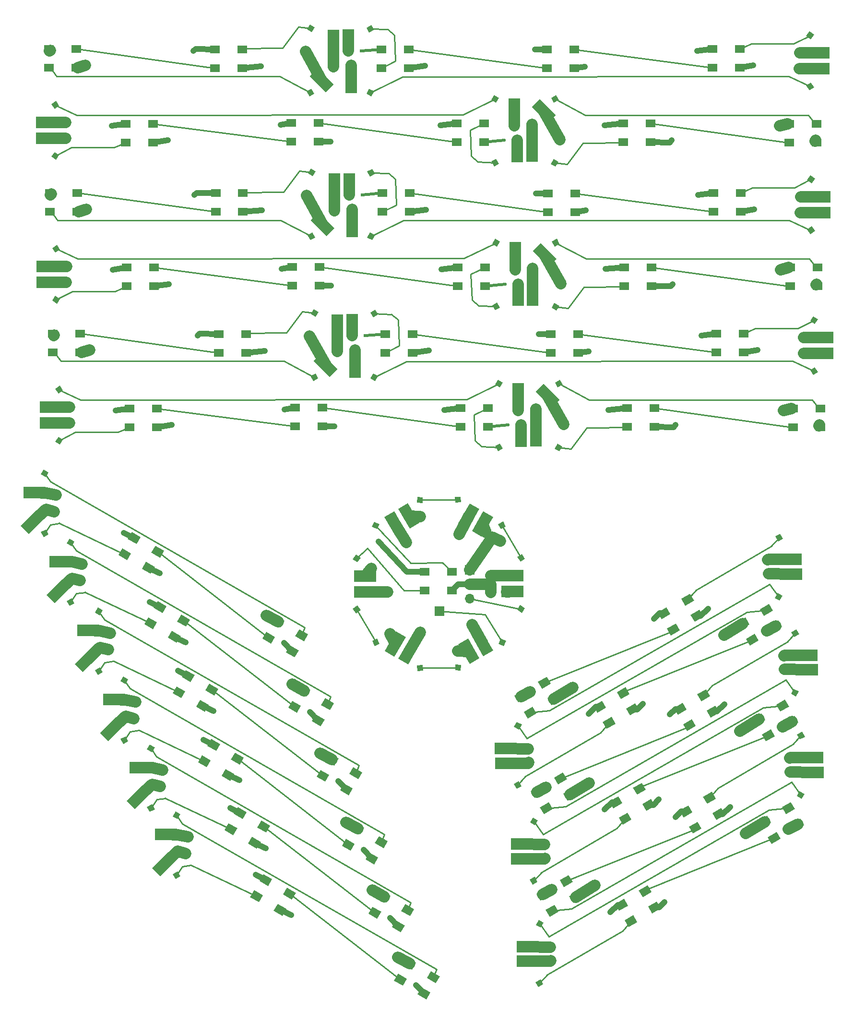
<source format=gbr>
G04 #@! TF.FileFunction,Copper,L1,Top,Signal*
%FSLAX46Y46*%
G04 Gerber Fmt 4.6, Leading zero omitted, Abs format (unit mm)*
G04 Created by KiCad (PCBNEW 4.0.7) date 10/22/17 14:17:41*
%MOMM*%
%LPD*%
G01*
G04 APERTURE LIST*
%ADD10C,0.100000*%
%ADD11R,4.000000X2.000000*%
%ADD12R,2.000000X4.000000*%
%ADD13R,1.800000X1.400000*%
%ADD14R,1.700000X1.700000*%
%ADD15O,1.700000X1.700000*%
%ADD16C,0.600000*%
%ADD17C,0.250000*%
%ADD18C,2.000000*%
%ADD19C,1.000000*%
%ADD20C,0.500000*%
G04 APERTURE END LIST*
D10*
G36*
X125726038Y-159165624D02*
X127284884Y-158265624D01*
X127984884Y-159478060D01*
X126426038Y-160378060D01*
X125726038Y-159165624D01*
X125726038Y-159165624D01*
G37*
G36*
X124076038Y-156307740D02*
X125634884Y-155407740D01*
X126334884Y-156620176D01*
X124776038Y-157520176D01*
X124076038Y-156307740D01*
X124076038Y-156307740D01*
G37*
G36*
X119919116Y-158707740D02*
X121477962Y-157807740D01*
X122177962Y-159020176D01*
X120619116Y-159920176D01*
X119919116Y-158707740D01*
X119919116Y-158707740D01*
G37*
G36*
X121569116Y-161565624D02*
X123127962Y-160665624D01*
X123827962Y-161878060D01*
X122269116Y-162778060D01*
X121569116Y-161565624D01*
X121569116Y-161565624D01*
G37*
G36*
X150999038Y-144497124D02*
X152557884Y-143597124D01*
X153257884Y-144809560D01*
X151699038Y-145709560D01*
X150999038Y-144497124D01*
X150999038Y-144497124D01*
G37*
G36*
X149349038Y-141639240D02*
X150907884Y-140739240D01*
X151607884Y-141951676D01*
X150049038Y-142851676D01*
X149349038Y-141639240D01*
X149349038Y-141639240D01*
G37*
G36*
X145192116Y-144039240D02*
X146750962Y-143139240D01*
X147450962Y-144351676D01*
X145892116Y-145251676D01*
X145192116Y-144039240D01*
X145192116Y-144039240D01*
G37*
G36*
X146842116Y-146897124D02*
X148400962Y-145997124D01*
X149100962Y-147209560D01*
X147542116Y-148109560D01*
X146842116Y-146897124D01*
X146842116Y-146897124D01*
G37*
D11*
X104457500Y-166204900D03*
X104521000Y-168808400D03*
D10*
G36*
X107297559Y-162014245D02*
X106806655Y-162885459D01*
X105935441Y-162394555D01*
X106426345Y-161523341D01*
X107297559Y-162014245D01*
X107297559Y-162014245D01*
G37*
G36*
X106362845Y-173362959D02*
X105871941Y-172491745D01*
X106743155Y-172000841D01*
X107234059Y-172872055D01*
X106362845Y-173362959D01*
X106362845Y-173362959D01*
G37*
G36*
X152894955Y-128338241D02*
X153385859Y-129209455D01*
X152514645Y-129700359D01*
X152023741Y-128829145D01*
X152894955Y-128338241D01*
X152894955Y-128338241D01*
G37*
G36*
X151960241Y-139686955D02*
X152451145Y-138815741D01*
X153322359Y-139306645D01*
X152831455Y-140177859D01*
X151960241Y-139686955D01*
X151960241Y-139686955D01*
G37*
D11*
X154736800Y-132892800D03*
X154800300Y-135496300D03*
D10*
G36*
X108258762Y-157204076D02*
X106699916Y-158104076D01*
X105999916Y-156891640D01*
X107558762Y-155991640D01*
X108258762Y-157204076D01*
X108258762Y-157204076D01*
G37*
G36*
X109908762Y-160061960D02*
X108349916Y-160961960D01*
X107649916Y-159749524D01*
X109208762Y-158849524D01*
X109908762Y-160061960D01*
X109908762Y-160061960D01*
G37*
G36*
X114065684Y-157661960D02*
X112506838Y-158561960D01*
X111806838Y-157349524D01*
X113365684Y-156449524D01*
X114065684Y-157661960D01*
X114065684Y-157661960D01*
G37*
G36*
X112415684Y-154804076D02*
X110856838Y-155704076D01*
X110156838Y-154491640D01*
X111715684Y-153591640D01*
X112415684Y-154804076D01*
X112415684Y-154804076D01*
G37*
G36*
X133531762Y-142535576D02*
X131972916Y-143435576D01*
X131272916Y-142223140D01*
X132831762Y-141323140D01*
X133531762Y-142535576D01*
X133531762Y-142535576D01*
G37*
G36*
X135181762Y-145393460D02*
X133622916Y-146293460D01*
X132922916Y-145081024D01*
X134481762Y-144181024D01*
X135181762Y-145393460D01*
X135181762Y-145393460D01*
G37*
G36*
X139338684Y-142993460D02*
X137779838Y-143893460D01*
X137079838Y-142681024D01*
X138638684Y-141781024D01*
X139338684Y-142993460D01*
X139338684Y-142993460D01*
G37*
G36*
X137688684Y-140135576D02*
X136129838Y-141035576D01*
X135429838Y-139823140D01*
X136988684Y-138923140D01*
X137688684Y-140135576D01*
X137688684Y-140135576D01*
G37*
G36*
X134547762Y-160620376D02*
X132988916Y-161520376D01*
X132288916Y-160307940D01*
X133847762Y-159407940D01*
X134547762Y-160620376D01*
X134547762Y-160620376D01*
G37*
G36*
X136197762Y-163478260D02*
X134638916Y-164378260D01*
X133938916Y-163165824D01*
X135497762Y-162265824D01*
X136197762Y-163478260D01*
X136197762Y-163478260D01*
G37*
G36*
X140354684Y-161078260D02*
X138795838Y-161978260D01*
X138095838Y-160765824D01*
X139654684Y-159865824D01*
X140354684Y-161078260D01*
X140354684Y-161078260D01*
G37*
G36*
X138704684Y-158220376D02*
X137145838Y-159120376D01*
X136445838Y-157907940D01*
X138004684Y-157007940D01*
X138704684Y-158220376D01*
X138704684Y-158220376D01*
G37*
G36*
X109274762Y-175288876D02*
X107715916Y-176188876D01*
X107015916Y-174976440D01*
X108574762Y-174076440D01*
X109274762Y-175288876D01*
X109274762Y-175288876D01*
G37*
G36*
X110924762Y-178146760D02*
X109365916Y-179046760D01*
X108665916Y-177834324D01*
X110224762Y-176934324D01*
X110924762Y-178146760D01*
X110924762Y-178146760D01*
G37*
G36*
X115081684Y-175746760D02*
X113522838Y-176646760D01*
X112822838Y-175434324D01*
X114381684Y-174534324D01*
X115081684Y-175746760D01*
X115081684Y-175746760D01*
G37*
G36*
X113431684Y-172888876D02*
X111872838Y-173788876D01*
X111172838Y-172576440D01*
X112731684Y-171676440D01*
X113431684Y-172888876D01*
X113431684Y-172888876D01*
G37*
D11*
X155816300Y-153581100D03*
X155752800Y-150977600D03*
D10*
G36*
X152976241Y-157771755D02*
X153467145Y-156900541D01*
X154338359Y-157391445D01*
X153847455Y-158262659D01*
X152976241Y-157771755D01*
X152976241Y-157771755D01*
G37*
G36*
X153910955Y-146423041D02*
X154401859Y-147294255D01*
X153530645Y-147785159D01*
X153039741Y-146913945D01*
X153910955Y-146423041D01*
X153910955Y-146423041D01*
G37*
G36*
X107378845Y-191447759D02*
X106887941Y-190576545D01*
X107759155Y-190085641D01*
X108250059Y-190956855D01*
X107378845Y-191447759D01*
X107378845Y-191447759D01*
G37*
G36*
X108313559Y-180099045D02*
X107822655Y-180970259D01*
X106951441Y-180479355D01*
X107442345Y-179608141D01*
X108313559Y-180099045D01*
X108313559Y-180099045D01*
G37*
D11*
X105537000Y-186893200D03*
X105473500Y-184289700D03*
D10*
G36*
X152015038Y-162581924D02*
X153573884Y-161681924D01*
X154273884Y-162894360D01*
X152715038Y-163794360D01*
X152015038Y-162581924D01*
X152015038Y-162581924D01*
G37*
G36*
X150365038Y-159724040D02*
X151923884Y-158824040D01*
X152623884Y-160036476D01*
X151065038Y-160936476D01*
X150365038Y-159724040D01*
X150365038Y-159724040D01*
G37*
G36*
X146208116Y-162124040D02*
X147766962Y-161224040D01*
X148466962Y-162436476D01*
X146908116Y-163336476D01*
X146208116Y-162124040D01*
X146208116Y-162124040D01*
G37*
G36*
X147858116Y-164981924D02*
X149416962Y-164081924D01*
X150116962Y-165294360D01*
X148558116Y-166194360D01*
X147858116Y-164981924D01*
X147858116Y-164981924D01*
G37*
G36*
X126742038Y-177250424D02*
X128300884Y-176350424D01*
X129000884Y-177562860D01*
X127442038Y-178462860D01*
X126742038Y-177250424D01*
X126742038Y-177250424D01*
G37*
G36*
X125092038Y-174392540D02*
X126650884Y-173492540D01*
X127350884Y-174704976D01*
X125792038Y-175604976D01*
X125092038Y-174392540D01*
X125092038Y-174392540D01*
G37*
G36*
X120935116Y-176792540D02*
X122493962Y-175892540D01*
X123193962Y-177104976D01*
X121635116Y-178004976D01*
X120935116Y-176792540D01*
X120935116Y-176792540D01*
G37*
G36*
X122585116Y-179650424D02*
X124143962Y-178750424D01*
X124843962Y-179962860D01*
X123285116Y-180862860D01*
X122585116Y-179650424D01*
X122585116Y-179650424D01*
G37*
G36*
X122881238Y-142300024D02*
X124440084Y-141400024D01*
X125140084Y-142612460D01*
X123581238Y-143512460D01*
X122881238Y-142300024D01*
X122881238Y-142300024D01*
G37*
G36*
X121231238Y-139442140D02*
X122790084Y-138542140D01*
X123490084Y-139754576D01*
X121931238Y-140654576D01*
X121231238Y-139442140D01*
X121231238Y-139442140D01*
G37*
G36*
X117074316Y-141842140D02*
X118633162Y-140942140D01*
X119333162Y-142154576D01*
X117774316Y-143054576D01*
X117074316Y-141842140D01*
X117074316Y-141842140D01*
G37*
G36*
X118724316Y-144700024D02*
X120283162Y-143800024D01*
X120983162Y-145012460D01*
X119424316Y-145912460D01*
X118724316Y-144700024D01*
X118724316Y-144700024D01*
G37*
G36*
X148154238Y-127631524D02*
X149713084Y-126731524D01*
X150413084Y-127943960D01*
X148854238Y-128843960D01*
X148154238Y-127631524D01*
X148154238Y-127631524D01*
G37*
G36*
X146504238Y-124773640D02*
X148063084Y-123873640D01*
X148763084Y-125086076D01*
X147204238Y-125986076D01*
X146504238Y-124773640D01*
X146504238Y-124773640D01*
G37*
G36*
X142347316Y-127173640D02*
X143906162Y-126273640D01*
X144606162Y-127486076D01*
X143047316Y-128386076D01*
X142347316Y-127173640D01*
X142347316Y-127173640D01*
G37*
G36*
X143997316Y-130031524D02*
X145556162Y-129131524D01*
X146256162Y-130343960D01*
X144697316Y-131243960D01*
X143997316Y-130031524D01*
X143997316Y-130031524D01*
G37*
D11*
X101612700Y-149339300D03*
X101676200Y-151942800D03*
D10*
G36*
X104452759Y-145148645D02*
X103961855Y-146019859D01*
X103090641Y-145528955D01*
X103581545Y-144657741D01*
X104452759Y-145148645D01*
X104452759Y-145148645D01*
G37*
G36*
X103518045Y-156497359D02*
X103027141Y-155626145D01*
X103898355Y-155135241D01*
X104389259Y-156006455D01*
X103518045Y-156497359D01*
X103518045Y-156497359D01*
G37*
G36*
X43713055Y-171010241D02*
X44203959Y-171881455D01*
X43332745Y-172372359D01*
X42841841Y-171501145D01*
X43713055Y-171010241D01*
X43713055Y-171010241D01*
G37*
G36*
X42841841Y-161340455D02*
X43332745Y-160469241D01*
X44203959Y-160960145D01*
X43713055Y-161831359D01*
X42841841Y-161340455D01*
X42841841Y-161340455D01*
G37*
G36*
X40667688Y-171844120D02*
X39253475Y-170429907D01*
X42081902Y-167601480D01*
X43496115Y-169015693D01*
X40667688Y-171844120D01*
X40667688Y-171844120D01*
G37*
D11*
X41681400Y-164515800D03*
D10*
G36*
X61364938Y-176756524D02*
X62923784Y-177656524D01*
X62223784Y-178868960D01*
X60664938Y-177968960D01*
X61364938Y-176756524D01*
X61364938Y-176756524D01*
G37*
G36*
X63014938Y-173898640D02*
X64573784Y-174798640D01*
X63873784Y-176011076D01*
X62314938Y-175111076D01*
X63014938Y-173898640D01*
X63014938Y-173898640D01*
G37*
G36*
X58858016Y-171498640D02*
X60416862Y-172398640D01*
X59716862Y-173611076D01*
X58158016Y-172711076D01*
X58858016Y-171498640D01*
X58858016Y-171498640D01*
G37*
G36*
X57208016Y-174356524D02*
X58766862Y-175256524D01*
X58066862Y-176468960D01*
X56508016Y-175568960D01*
X57208016Y-174356524D01*
X57208016Y-174356524D01*
G37*
G36*
X86764938Y-191488524D02*
X88323784Y-192388524D01*
X87623784Y-193600960D01*
X86064938Y-192700960D01*
X86764938Y-191488524D01*
X86764938Y-191488524D01*
G37*
G36*
X88414938Y-188630640D02*
X89973784Y-189530640D01*
X89273784Y-190743076D01*
X87714938Y-189843076D01*
X88414938Y-188630640D01*
X88414938Y-188630640D01*
G37*
G36*
X84258016Y-186230640D02*
X85816862Y-187130640D01*
X85116862Y-188343076D01*
X83558016Y-187443076D01*
X84258016Y-186230640D01*
X84258016Y-186230640D01*
G37*
G36*
X82608016Y-189088524D02*
X84166862Y-189988524D01*
X83466862Y-191200960D01*
X81908016Y-190300960D01*
X82608016Y-189088524D01*
X82608016Y-189088524D01*
G37*
G36*
X82243738Y-179677524D02*
X83802584Y-180577524D01*
X83102584Y-181789960D01*
X81543738Y-180889960D01*
X82243738Y-179677524D01*
X82243738Y-179677524D01*
G37*
G36*
X83893738Y-176819640D02*
X85452584Y-177719640D01*
X84752584Y-178932076D01*
X83193738Y-178032076D01*
X83893738Y-176819640D01*
X83893738Y-176819640D01*
G37*
G36*
X79736816Y-174419640D02*
X81295662Y-175319640D01*
X80595662Y-176532076D01*
X79036816Y-175632076D01*
X79736816Y-174419640D01*
X79736816Y-174419640D01*
G37*
G36*
X78086816Y-177277524D02*
X79645662Y-178177524D01*
X78945662Y-179389960D01*
X77386816Y-178489960D01*
X78086816Y-177277524D01*
X78086816Y-177277524D01*
G37*
G36*
X56843738Y-164945524D02*
X58402584Y-165845524D01*
X57702584Y-167057960D01*
X56143738Y-166157960D01*
X56843738Y-164945524D01*
X56843738Y-164945524D01*
G37*
G36*
X58493738Y-162087640D02*
X60052584Y-162987640D01*
X59352584Y-164200076D01*
X57793738Y-163300076D01*
X58493738Y-162087640D01*
X58493738Y-162087640D01*
G37*
G36*
X54336816Y-159687640D02*
X55895662Y-160587640D01*
X55195662Y-161800076D01*
X53636816Y-160900076D01*
X54336816Y-159687640D01*
X54336816Y-159687640D01*
G37*
G36*
X52686816Y-162545524D02*
X54245662Y-163445524D01*
X53545662Y-164657960D01*
X51986816Y-163757960D01*
X52686816Y-162545524D01*
X52686816Y-162545524D01*
G37*
D11*
X37160200Y-152704800D03*
D10*
G36*
X36146488Y-160033120D02*
X34732275Y-158618907D01*
X37560702Y-155790480D01*
X38974915Y-157204693D01*
X36146488Y-160033120D01*
X36146488Y-160033120D01*
G37*
G36*
X38320641Y-149529455D02*
X38811545Y-148658241D01*
X39682759Y-149149145D01*
X39191855Y-150020359D01*
X38320641Y-149529455D01*
X38320641Y-149529455D01*
G37*
G36*
X39191855Y-159199241D02*
X39682759Y-160070455D01*
X38811545Y-160561359D01*
X38320641Y-159690145D01*
X39191855Y-159199241D01*
X39191855Y-159199241D01*
G37*
G36*
X34518255Y-147210441D02*
X35009159Y-148081655D01*
X34137945Y-148572559D01*
X33647041Y-147701345D01*
X34518255Y-147210441D01*
X34518255Y-147210441D01*
G37*
G36*
X33647041Y-137540655D02*
X34137945Y-136669441D01*
X35009159Y-137160345D01*
X34518255Y-138031559D01*
X33647041Y-137540655D01*
X33647041Y-137540655D01*
G37*
G36*
X31472888Y-148044320D02*
X30058675Y-146630107D01*
X32887102Y-143801680D01*
X34301315Y-145215893D01*
X31472888Y-148044320D01*
X31472888Y-148044320D01*
G37*
D11*
X32486600Y-140716000D03*
D10*
G36*
X52170138Y-152956724D02*
X53728984Y-153856724D01*
X53028984Y-155069160D01*
X51470138Y-154169160D01*
X52170138Y-152956724D01*
X52170138Y-152956724D01*
G37*
G36*
X53820138Y-150098840D02*
X55378984Y-150998840D01*
X54678984Y-152211276D01*
X53120138Y-151311276D01*
X53820138Y-150098840D01*
X53820138Y-150098840D01*
G37*
G36*
X49663216Y-147698840D02*
X51222062Y-148598840D01*
X50522062Y-149811276D01*
X48963216Y-148911276D01*
X49663216Y-147698840D01*
X49663216Y-147698840D01*
G37*
G36*
X48013216Y-150556724D02*
X49572062Y-151456724D01*
X48872062Y-152669160D01*
X47313216Y-151769160D01*
X48013216Y-150556724D01*
X48013216Y-150556724D01*
G37*
G36*
X77570138Y-167688724D02*
X79128984Y-168588724D01*
X78428984Y-169801160D01*
X76870138Y-168901160D01*
X77570138Y-167688724D01*
X77570138Y-167688724D01*
G37*
G36*
X79220138Y-164830840D02*
X80778984Y-165730840D01*
X80078984Y-166943276D01*
X78520138Y-166043276D01*
X79220138Y-164830840D01*
X79220138Y-164830840D01*
G37*
G36*
X75063216Y-162430840D02*
X76622062Y-163330840D01*
X75922062Y-164543276D01*
X74363216Y-163643276D01*
X75063216Y-162430840D01*
X75063216Y-162430840D01*
G37*
G36*
X73413216Y-165288724D02*
X74972062Y-166188724D01*
X74272062Y-167401160D01*
X72713216Y-166501160D01*
X73413216Y-165288724D01*
X73413216Y-165288724D01*
G37*
G36*
X73074338Y-155522124D02*
X74633184Y-156422124D01*
X73933184Y-157634560D01*
X72374338Y-156734560D01*
X73074338Y-155522124D01*
X73074338Y-155522124D01*
G37*
G36*
X74724338Y-152664240D02*
X76283184Y-153564240D01*
X75583184Y-154776676D01*
X74024338Y-153876676D01*
X74724338Y-152664240D01*
X74724338Y-152664240D01*
G37*
G36*
X70567416Y-150264240D02*
X72126262Y-151164240D01*
X71426262Y-152376676D01*
X69867416Y-151476676D01*
X70567416Y-150264240D01*
X70567416Y-150264240D01*
G37*
G36*
X68917416Y-153122124D02*
X70476262Y-154022124D01*
X69776262Y-155234560D01*
X68217416Y-154334560D01*
X68917416Y-153122124D01*
X68917416Y-153122124D01*
G37*
G36*
X47674338Y-140790124D02*
X49233184Y-141690124D01*
X48533184Y-142902560D01*
X46974338Y-142002560D01*
X47674338Y-140790124D01*
X47674338Y-140790124D01*
G37*
G36*
X49324338Y-137932240D02*
X50883184Y-138832240D01*
X50183184Y-140044676D01*
X48624338Y-139144676D01*
X49324338Y-137932240D01*
X49324338Y-137932240D01*
G37*
G36*
X45167416Y-135532240D02*
X46726262Y-136432240D01*
X46026262Y-137644676D01*
X44467416Y-136744676D01*
X45167416Y-135532240D01*
X45167416Y-135532240D01*
G37*
G36*
X43517416Y-138390124D02*
X45076262Y-139290124D01*
X44376262Y-140502560D01*
X42817416Y-139602560D01*
X43517416Y-138390124D01*
X43517416Y-138390124D01*
G37*
D11*
X27990800Y-128549400D03*
D10*
G36*
X26977088Y-135877720D02*
X25562875Y-134463507D01*
X28391302Y-131635080D01*
X29805515Y-133049293D01*
X26977088Y-135877720D01*
X26977088Y-135877720D01*
G37*
G36*
X29151241Y-125374055D02*
X29642145Y-124502841D01*
X30513359Y-124993745D01*
X30022455Y-125864959D01*
X29151241Y-125374055D01*
X29151241Y-125374055D01*
G37*
G36*
X30022455Y-135043841D02*
X30513359Y-135915055D01*
X29642145Y-136405959D01*
X29151241Y-135534745D01*
X30022455Y-135043841D01*
X30022455Y-135043841D01*
G37*
G36*
X25044055Y-122877241D02*
X25534959Y-123748455D01*
X24663745Y-124239359D01*
X24172841Y-123368145D01*
X25044055Y-122877241D01*
X25044055Y-122877241D01*
G37*
G36*
X24172841Y-113207455D02*
X24663745Y-112336241D01*
X25534959Y-112827145D01*
X25044055Y-113698359D01*
X24172841Y-113207455D01*
X24172841Y-113207455D01*
G37*
G36*
X21998688Y-123711120D02*
X20584475Y-122296907D01*
X23412902Y-119468480D01*
X24827115Y-120882693D01*
X21998688Y-123711120D01*
X21998688Y-123711120D01*
G37*
D11*
X23012400Y-116382800D03*
D10*
G36*
X42695938Y-128623524D02*
X44254784Y-129523524D01*
X43554784Y-130735960D01*
X41995938Y-129835960D01*
X42695938Y-128623524D01*
X42695938Y-128623524D01*
G37*
G36*
X44345938Y-125765640D02*
X45904784Y-126665640D01*
X45204784Y-127878076D01*
X43645938Y-126978076D01*
X44345938Y-125765640D01*
X44345938Y-125765640D01*
G37*
G36*
X40189016Y-123365640D02*
X41747862Y-124265640D01*
X41047862Y-125478076D01*
X39489016Y-124578076D01*
X40189016Y-123365640D01*
X40189016Y-123365640D01*
G37*
G36*
X38539016Y-126223524D02*
X40097862Y-127123524D01*
X39397862Y-128335960D01*
X37839016Y-127435960D01*
X38539016Y-126223524D01*
X38539016Y-126223524D01*
G37*
G36*
X68095938Y-143355524D02*
X69654784Y-144255524D01*
X68954784Y-145467960D01*
X67395938Y-144567960D01*
X68095938Y-143355524D01*
X68095938Y-143355524D01*
G37*
G36*
X69745938Y-140497640D02*
X71304784Y-141397640D01*
X70604784Y-142610076D01*
X69045938Y-141710076D01*
X69745938Y-140497640D01*
X69745938Y-140497640D01*
G37*
G36*
X65589016Y-138097640D02*
X67147862Y-138997640D01*
X66447862Y-140210076D01*
X64889016Y-139310076D01*
X65589016Y-138097640D01*
X65589016Y-138097640D01*
G37*
G36*
X63939016Y-140955524D02*
X65497862Y-141855524D01*
X64797862Y-143067960D01*
X63239016Y-142167960D01*
X63939016Y-140955524D01*
X63939016Y-140955524D01*
G37*
G36*
X155638565Y-57269644D02*
X156191956Y-58102565D01*
X155359035Y-58655956D01*
X154805644Y-57823035D01*
X155638565Y-57269644D01*
X155638565Y-57269644D01*
G37*
G36*
X154805644Y-49110965D02*
X155359035Y-48278044D01*
X156191956Y-48831435D01*
X155638565Y-49664356D01*
X154805644Y-49110965D01*
X154805644Y-49110965D01*
G37*
G36*
X78544759Y-47992955D02*
X77673545Y-48483859D01*
X77182641Y-47612645D01*
X78053855Y-47121741D01*
X78544759Y-47992955D01*
X78544759Y-47992955D01*
G37*
G36*
X68003759Y-59232455D02*
X67132545Y-59723359D01*
X66641641Y-58852145D01*
X67512855Y-58361241D01*
X68003759Y-59232455D01*
X68003759Y-59232455D01*
G37*
G36*
X77673545Y-58361241D02*
X78544759Y-58852145D01*
X78053855Y-59723359D01*
X77182641Y-59232455D01*
X77673545Y-58361241D01*
X77673545Y-58361241D01*
G37*
G36*
X67196045Y-47058241D02*
X68067259Y-47549145D01*
X67576355Y-48420359D01*
X66705141Y-47929455D01*
X67196045Y-47058241D01*
X67196045Y-47058241D01*
G37*
D11*
X156984700Y-52057300D03*
X156984700Y-54851300D03*
D12*
X73990200Y-49834800D03*
X71386700Y-49898300D03*
D10*
G36*
X67169880Y-56187088D02*
X68584093Y-54772875D01*
X71412520Y-57601302D01*
X69998307Y-59015515D01*
X67169880Y-56187088D01*
X67169880Y-56187088D01*
G37*
D12*
X74498200Y-57200800D03*
D13*
X79845200Y-51423300D03*
X79845200Y-54723300D03*
X84645200Y-54723300D03*
X84645200Y-51423300D03*
X109055200Y-51486800D03*
X109055200Y-54786800D03*
X113855200Y-54786800D03*
X113855200Y-51486800D03*
X138265200Y-51359800D03*
X138265200Y-54659800D03*
X143065200Y-54659800D03*
X143065200Y-51359800D03*
X21171200Y-51359800D03*
X21171200Y-54659800D03*
X25971200Y-54659800D03*
X25971200Y-51359800D03*
X50444700Y-51423300D03*
X50444700Y-54723300D03*
X55244700Y-54723300D03*
X55244700Y-51423300D03*
X127329900Y-67778900D03*
X127329900Y-64478900D03*
X122529900Y-64478900D03*
X122529900Y-67778900D03*
X156603400Y-67842400D03*
X156603400Y-64542400D03*
X151803400Y-64542400D03*
X151803400Y-67842400D03*
X39509400Y-67842400D03*
X39509400Y-64542400D03*
X34709400Y-64542400D03*
X34709400Y-67842400D03*
X68719400Y-67715400D03*
X68719400Y-64415400D03*
X63919400Y-64415400D03*
X63919400Y-67715400D03*
X97929400Y-67778900D03*
X97929400Y-64478900D03*
X93129400Y-64478900D03*
X93129400Y-67778900D03*
D12*
X103276400Y-62001400D03*
D10*
G36*
X110604720Y-63015112D02*
X109190507Y-64429325D01*
X106362080Y-61600898D01*
X107776293Y-60186685D01*
X110604720Y-63015112D01*
X110604720Y-63015112D01*
G37*
D12*
X106387900Y-69303900D03*
X103784400Y-69367400D03*
D11*
X20789900Y-67144900D03*
X20789900Y-64350900D03*
D10*
G36*
X110578555Y-72143959D02*
X109707341Y-71653055D01*
X110198245Y-70781841D01*
X111069459Y-71272745D01*
X110578555Y-72143959D01*
X110578555Y-72143959D01*
G37*
G36*
X100101055Y-60840959D02*
X99229841Y-60350055D01*
X99720745Y-59478841D01*
X100591959Y-59969745D01*
X100101055Y-60840959D01*
X100101055Y-60840959D01*
G37*
G36*
X109770841Y-59969745D02*
X110642055Y-59478841D01*
X111132959Y-60350055D01*
X110261745Y-60840959D01*
X109770841Y-59969745D01*
X109770841Y-59969745D01*
G37*
G36*
X99229841Y-71209245D02*
X100101055Y-70718341D01*
X100591959Y-71589555D01*
X99720745Y-72080459D01*
X99229841Y-71209245D01*
X99229841Y-71209245D01*
G37*
G36*
X22968956Y-70091235D02*
X22415565Y-70924156D01*
X21582644Y-70370765D01*
X22136035Y-69537844D01*
X22968956Y-70091235D01*
X22968956Y-70091235D01*
G37*
G36*
X22136035Y-61932556D02*
X21582644Y-61099635D01*
X22415565Y-60546244D01*
X22968956Y-61379165D01*
X22136035Y-61932556D01*
X22136035Y-61932556D01*
G37*
G36*
X156171965Y-82110844D02*
X156725356Y-82943765D01*
X155892435Y-83497156D01*
X155339044Y-82664235D01*
X156171965Y-82110844D01*
X156171965Y-82110844D01*
G37*
G36*
X155339044Y-73952165D02*
X155892435Y-73119244D01*
X156725356Y-73672635D01*
X156171965Y-74505556D01*
X155339044Y-73952165D01*
X155339044Y-73952165D01*
G37*
G36*
X79078159Y-72834155D02*
X78206945Y-73325059D01*
X77716041Y-72453845D01*
X78587255Y-71962941D01*
X79078159Y-72834155D01*
X79078159Y-72834155D01*
G37*
G36*
X68537159Y-84073655D02*
X67665945Y-84564559D01*
X67175041Y-83693345D01*
X68046255Y-83202441D01*
X68537159Y-84073655D01*
X68537159Y-84073655D01*
G37*
G36*
X78206945Y-83202441D02*
X79078159Y-83693345D01*
X78587255Y-84564559D01*
X77716041Y-84073655D01*
X78206945Y-83202441D01*
X78206945Y-83202441D01*
G37*
G36*
X67729445Y-71899441D02*
X68600659Y-72390345D01*
X68109755Y-73261559D01*
X67238541Y-72770655D01*
X67729445Y-71899441D01*
X67729445Y-71899441D01*
G37*
D11*
X157518100Y-76898500D03*
X157518100Y-79692500D03*
D12*
X74523600Y-74676000D03*
X71920100Y-74739500D03*
D10*
G36*
X67703280Y-81028288D02*
X69117493Y-79614075D01*
X71945920Y-82442502D01*
X70531707Y-83856715D01*
X67703280Y-81028288D01*
X67703280Y-81028288D01*
G37*
D12*
X75031600Y-82042000D03*
D13*
X80378600Y-76264500D03*
X80378600Y-79564500D03*
X85178600Y-79564500D03*
X85178600Y-76264500D03*
X109588600Y-76328000D03*
X109588600Y-79628000D03*
X114388600Y-79628000D03*
X114388600Y-76328000D03*
X138798600Y-76201000D03*
X138798600Y-79501000D03*
X143598600Y-79501000D03*
X143598600Y-76201000D03*
X21704600Y-76201000D03*
X21704600Y-79501000D03*
X26504600Y-79501000D03*
X26504600Y-76201000D03*
X50978100Y-76264500D03*
X50978100Y-79564500D03*
X55778100Y-79564500D03*
X55778100Y-76264500D03*
X127863300Y-92620100D03*
X127863300Y-89320100D03*
X123063300Y-89320100D03*
X123063300Y-92620100D03*
X157136800Y-92683600D03*
X157136800Y-89383600D03*
X152336800Y-89383600D03*
X152336800Y-92683600D03*
X40042800Y-92683600D03*
X40042800Y-89383600D03*
X35242800Y-89383600D03*
X35242800Y-92683600D03*
X69252800Y-92556600D03*
X69252800Y-89256600D03*
X64452800Y-89256600D03*
X64452800Y-92556600D03*
X98462800Y-92620100D03*
X98462800Y-89320100D03*
X93662800Y-89320100D03*
X93662800Y-92620100D03*
D12*
X103809800Y-86842600D03*
D10*
G36*
X111138120Y-87856312D02*
X109723907Y-89270525D01*
X106895480Y-86442098D01*
X108309693Y-85027885D01*
X111138120Y-87856312D01*
X111138120Y-87856312D01*
G37*
D12*
X106921300Y-94145100D03*
X104317800Y-94208600D03*
D11*
X21323300Y-91986100D03*
X21323300Y-89192100D03*
D10*
G36*
X111111955Y-96985159D02*
X110240741Y-96494255D01*
X110731645Y-95623041D01*
X111602859Y-96113945D01*
X111111955Y-96985159D01*
X111111955Y-96985159D01*
G37*
G36*
X100634455Y-85682159D02*
X99763241Y-85191255D01*
X100254145Y-84320041D01*
X101125359Y-84810945D01*
X100634455Y-85682159D01*
X100634455Y-85682159D01*
G37*
G36*
X110304241Y-84810945D02*
X111175455Y-84320041D01*
X111666359Y-85191255D01*
X110795145Y-85682159D01*
X110304241Y-84810945D01*
X110304241Y-84810945D01*
G37*
G36*
X99763241Y-96050445D02*
X100634455Y-95559541D01*
X101125359Y-96430755D01*
X100254145Y-96921659D01*
X99763241Y-96050445D01*
X99763241Y-96050445D01*
G37*
G36*
X23502356Y-94932435D02*
X22948965Y-95765356D01*
X22116044Y-95211965D01*
X22669435Y-94379044D01*
X23502356Y-94932435D01*
X23502356Y-94932435D01*
G37*
G36*
X22669435Y-86773756D02*
X22116044Y-85940835D01*
X22948965Y-85387444D01*
X23502356Y-86220365D01*
X22669435Y-86773756D01*
X22669435Y-86773756D01*
G37*
G36*
X21983635Y-36557956D02*
X21430244Y-35725035D01*
X22263165Y-35171644D01*
X22816556Y-36004565D01*
X21983635Y-36557956D01*
X21983635Y-36557956D01*
G37*
G36*
X22816556Y-44716635D02*
X22263165Y-45549556D01*
X21430244Y-44996165D01*
X21983635Y-44163244D01*
X22816556Y-44716635D01*
X22816556Y-44716635D01*
G37*
G36*
X99077441Y-45834645D02*
X99948655Y-45343741D01*
X100439559Y-46214955D01*
X99568345Y-46705859D01*
X99077441Y-45834645D01*
X99077441Y-45834645D01*
G37*
G36*
X109618441Y-34595145D02*
X110489655Y-34104241D01*
X110980559Y-34975455D01*
X110109345Y-35466359D01*
X109618441Y-34595145D01*
X109618441Y-34595145D01*
G37*
G36*
X99948655Y-35466359D02*
X99077441Y-34975455D01*
X99568345Y-34104241D01*
X100439559Y-34595145D01*
X99948655Y-35466359D01*
X99948655Y-35466359D01*
G37*
G36*
X110426155Y-46769359D02*
X109554941Y-46278455D01*
X110045845Y-45407241D01*
X110917059Y-45898145D01*
X110426155Y-46769359D01*
X110426155Y-46769359D01*
G37*
D11*
X20637500Y-41770300D03*
X20637500Y-38976300D03*
D12*
X103632000Y-43992800D03*
X106235500Y-43929300D03*
D10*
G36*
X110452320Y-37640512D02*
X109038107Y-39054725D01*
X106209680Y-36226298D01*
X107623893Y-34812085D01*
X110452320Y-37640512D01*
X110452320Y-37640512D01*
G37*
D12*
X103124000Y-36626800D03*
D13*
X97777000Y-42404300D03*
X97777000Y-39104300D03*
X92977000Y-39104300D03*
X92977000Y-42404300D03*
X68567000Y-42340800D03*
X68567000Y-39040800D03*
X63767000Y-39040800D03*
X63767000Y-42340800D03*
X39357000Y-42467800D03*
X39357000Y-39167800D03*
X34557000Y-39167800D03*
X34557000Y-42467800D03*
X156451000Y-42467800D03*
X156451000Y-39167800D03*
X151651000Y-39167800D03*
X151651000Y-42467800D03*
X127177500Y-42404300D03*
X127177500Y-39104300D03*
X122377500Y-39104300D03*
X122377500Y-42404300D03*
D10*
G36*
X63523938Y-131188924D02*
X65082784Y-132088924D01*
X64382784Y-133301360D01*
X62823938Y-132401360D01*
X63523938Y-131188924D01*
X63523938Y-131188924D01*
G37*
G36*
X65173938Y-128331040D02*
X66732784Y-129231040D01*
X66032784Y-130443476D01*
X64473938Y-129543476D01*
X65173938Y-128331040D01*
X65173938Y-128331040D01*
G37*
G36*
X61017016Y-125931040D02*
X62575862Y-126831040D01*
X61875862Y-128043476D01*
X60317016Y-127143476D01*
X61017016Y-125931040D01*
X61017016Y-125931040D01*
G37*
G36*
X59367016Y-128788924D02*
X60925862Y-129688924D01*
X60225862Y-130901360D01*
X58667016Y-130001360D01*
X59367016Y-128788924D01*
X59367016Y-128788924D01*
G37*
G36*
X38123938Y-116456924D02*
X39682784Y-117356924D01*
X38982784Y-118569360D01*
X37423938Y-117669360D01*
X38123938Y-116456924D01*
X38123938Y-116456924D01*
G37*
G36*
X39773938Y-113599040D02*
X41332784Y-114499040D01*
X40632784Y-115711476D01*
X39073938Y-114811476D01*
X39773938Y-113599040D01*
X39773938Y-113599040D01*
G37*
G36*
X35617016Y-111199040D02*
X37175862Y-112099040D01*
X36475862Y-113311476D01*
X34917016Y-112411476D01*
X35617016Y-111199040D01*
X35617016Y-111199040D01*
G37*
G36*
X33967016Y-114056924D02*
X35525862Y-114956924D01*
X34825862Y-116169360D01*
X33267016Y-115269360D01*
X33967016Y-114056924D01*
X33967016Y-114056924D01*
G37*
D11*
X18440400Y-104216200D03*
D10*
G36*
X17426688Y-111544520D02*
X16012475Y-110130307D01*
X18840902Y-107301880D01*
X20255115Y-108716093D01*
X17426688Y-111544520D01*
X17426688Y-111544520D01*
G37*
G36*
X19600841Y-101040855D02*
X20091745Y-100169641D01*
X20962959Y-100660545D01*
X20472055Y-101531759D01*
X19600841Y-101040855D01*
X19600841Y-101040855D01*
G37*
G36*
X20472055Y-110710641D02*
X20962959Y-111581855D01*
X20091745Y-112072759D01*
X19600841Y-111201545D01*
X20472055Y-110710641D01*
X20472055Y-110710641D01*
G37*
D13*
X50292300Y-26048700D03*
X50292300Y-29348700D03*
X55092300Y-29348700D03*
X55092300Y-26048700D03*
X21018800Y-25985200D03*
X21018800Y-29285200D03*
X25818800Y-29285200D03*
X25818800Y-25985200D03*
X138112800Y-25985200D03*
X138112800Y-29285200D03*
X142912800Y-29285200D03*
X142912800Y-25985200D03*
X108902800Y-26112200D03*
X108902800Y-29412200D03*
X113702800Y-29412200D03*
X113702800Y-26112200D03*
X79692800Y-26048700D03*
X79692800Y-29348700D03*
X84492800Y-29348700D03*
X84492800Y-26048700D03*
D12*
X74345800Y-31826200D03*
D10*
G36*
X67017480Y-30812488D02*
X68431693Y-29398275D01*
X71260120Y-32226702D01*
X69845907Y-33640915D01*
X67017480Y-30812488D01*
X67017480Y-30812488D01*
G37*
D12*
X71234300Y-24523700D03*
X73837800Y-24460200D03*
D11*
X156832300Y-26682700D03*
X156832300Y-29476700D03*
D10*
G36*
X67043645Y-21683641D02*
X67914859Y-22174545D01*
X67423955Y-23045759D01*
X66552741Y-22554855D01*
X67043645Y-21683641D01*
X67043645Y-21683641D01*
G37*
G36*
X77521145Y-32986641D02*
X78392359Y-33477545D01*
X77901455Y-34348759D01*
X77030241Y-33857855D01*
X77521145Y-32986641D01*
X77521145Y-32986641D01*
G37*
G36*
X67851359Y-33857855D02*
X66980145Y-34348759D01*
X66489241Y-33477545D01*
X67360455Y-32986641D01*
X67851359Y-33857855D01*
X67851359Y-33857855D01*
G37*
G36*
X78392359Y-22618355D02*
X77521145Y-23109259D01*
X77030241Y-22238045D01*
X77901455Y-21747141D01*
X78392359Y-22618355D01*
X78392359Y-22618355D01*
G37*
G36*
X154653244Y-23736365D02*
X155206635Y-22903444D01*
X156039556Y-23456835D01*
X155486165Y-24289756D01*
X154653244Y-23736365D01*
X154653244Y-23736365D01*
G37*
G36*
X155486165Y-31895044D02*
X156039556Y-32727965D01*
X155206635Y-33281356D01*
X154653244Y-32448435D01*
X155486165Y-31895044D01*
X155486165Y-31895044D01*
G37*
D14*
X95275400Y-117856000D03*
D15*
X95275400Y-120396000D03*
X95275400Y-122936000D03*
D14*
X89941400Y-125158500D03*
D13*
X87287400Y-118238000D03*
X87287400Y-121538000D03*
X92087400Y-121538000D03*
X92087400Y-118238000D03*
D11*
X76796900Y-118935500D03*
X76796900Y-121729500D03*
X102831900Y-118872000D03*
X102831900Y-121666000D03*
D10*
G36*
X81967455Y-133152036D02*
X80235405Y-132152036D01*
X82235405Y-128687934D01*
X83967455Y-129687934D01*
X81967455Y-133152036D01*
X81967455Y-133152036D01*
G37*
G36*
X84387130Y-134549036D02*
X82655080Y-133549036D01*
X84655080Y-130084934D01*
X86387130Y-131084934D01*
X84387130Y-134549036D01*
X84387130Y-134549036D01*
G37*
G36*
X94984955Y-110609536D02*
X93252905Y-109609536D01*
X95252905Y-106145434D01*
X96984955Y-107145434D01*
X94984955Y-110609536D01*
X94984955Y-110609536D01*
G37*
G36*
X97404630Y-112006536D02*
X95672580Y-111006536D01*
X97672580Y-107542434D01*
X99404630Y-108542434D01*
X97404630Y-112006536D01*
X97404630Y-112006536D01*
G37*
G36*
X82643845Y-107115964D02*
X84375895Y-106115964D01*
X86375895Y-109580066D01*
X84643845Y-110580066D01*
X82643845Y-107115964D01*
X82643845Y-107115964D01*
G37*
G36*
X80224170Y-108512964D02*
X81956220Y-107512964D01*
X83956220Y-110977066D01*
X82224170Y-111977066D01*
X80224170Y-108512964D01*
X80224170Y-108512964D01*
G37*
G36*
X95661345Y-129594964D02*
X97393395Y-128594964D01*
X99393395Y-132059066D01*
X97661345Y-133059066D01*
X95661345Y-129594964D01*
X95661345Y-129594964D01*
G37*
G36*
X93241670Y-130991964D02*
X94973720Y-129991964D01*
X96973720Y-133456066D01*
X95241670Y-134456066D01*
X93241670Y-130991964D01*
X93241670Y-130991964D01*
G37*
G36*
X74617844Y-115989165D02*
X75171235Y-115156244D01*
X76004156Y-115709635D01*
X75450765Y-116542556D01*
X74617844Y-115989165D01*
X74617844Y-115989165D01*
G37*
G36*
X79333973Y-109807262D02*
X78889338Y-110702973D01*
X77993627Y-110258338D01*
X78438262Y-109362627D01*
X79333973Y-109807262D01*
X79333973Y-109807262D01*
G37*
G36*
X85993982Y-105006591D02*
X86992009Y-105069382D01*
X86929218Y-106067409D01*
X85931191Y-106004618D01*
X85993982Y-105006591D01*
X85993982Y-105006591D01*
G37*
G36*
X93697609Y-105953818D02*
X92699582Y-106016609D01*
X92636791Y-105018582D01*
X93634818Y-104955791D01*
X93697609Y-105953818D01*
X93697609Y-105953818D01*
G37*
G36*
X101190538Y-109337227D02*
X101635173Y-110232938D01*
X100739462Y-110677573D01*
X100294827Y-109781862D01*
X101190538Y-109337227D01*
X101190538Y-109337227D01*
G37*
G36*
X104203435Y-116440956D02*
X103650044Y-115608035D01*
X104482965Y-115054644D01*
X105036356Y-115887565D01*
X104203435Y-116440956D01*
X104203435Y-116440956D01*
G37*
G36*
X105010956Y-124625035D02*
X104457565Y-125457956D01*
X103624644Y-124904565D01*
X104178035Y-124071644D01*
X105010956Y-124625035D01*
X105010956Y-124625035D01*
G37*
G36*
X100345627Y-130857738D02*
X100790262Y-129962027D01*
X101685973Y-130406662D01*
X101241338Y-131302373D01*
X100345627Y-130857738D01*
X100345627Y-130857738D01*
G37*
G36*
X93685618Y-135633009D02*
X92687591Y-135570218D01*
X92750382Y-134572191D01*
X93748409Y-134634982D01*
X93685618Y-135633009D01*
X93685618Y-135633009D01*
G37*
G36*
X85956591Y-134685782D02*
X86954618Y-134622991D01*
X87017409Y-135621018D01*
X86019382Y-135683809D01*
X85956591Y-134685782D01*
X85956591Y-134685782D01*
G37*
G36*
X78489062Y-131302373D02*
X78044427Y-130406662D01*
X78940138Y-129962027D01*
X79384773Y-130857738D01*
X78489062Y-131302373D01*
X78489062Y-131302373D01*
G37*
G36*
X75450765Y-124147844D02*
X76004156Y-124980765D01*
X75171235Y-125534156D01*
X74617844Y-124701235D01*
X75450765Y-124147844D01*
X75450765Y-124147844D01*
G37*
G36*
X150050155Y-111472641D02*
X150541059Y-112343855D01*
X149669845Y-112834759D01*
X149178941Y-111963545D01*
X150050155Y-111472641D01*
X150050155Y-111472641D01*
G37*
G36*
X149115441Y-122821355D02*
X149606345Y-121950141D01*
X150477559Y-122441045D01*
X149986655Y-123312259D01*
X149115441Y-122821355D01*
X149115441Y-122821355D01*
G37*
D11*
X151892000Y-116027200D03*
X151955500Y-118630700D03*
D10*
G36*
X105413962Y-140338476D02*
X103855116Y-141238476D01*
X103155116Y-140026040D01*
X104713962Y-139126040D01*
X105413962Y-140338476D01*
X105413962Y-140338476D01*
G37*
G36*
X107063962Y-143196360D02*
X105505116Y-144096360D01*
X104805116Y-142883924D01*
X106363962Y-141983924D01*
X107063962Y-143196360D01*
X107063962Y-143196360D01*
G37*
G36*
X111220884Y-140796360D02*
X109662038Y-141696360D01*
X108962038Y-140483924D01*
X110520884Y-139583924D01*
X111220884Y-140796360D01*
X111220884Y-140796360D01*
G37*
G36*
X109570884Y-137938476D02*
X108012038Y-138838476D01*
X107312038Y-137626040D01*
X108870884Y-136726040D01*
X109570884Y-137938476D01*
X109570884Y-137938476D01*
G37*
G36*
X130686962Y-125669976D02*
X129128116Y-126569976D01*
X128428116Y-125357540D01*
X129986962Y-124457540D01*
X130686962Y-125669976D01*
X130686962Y-125669976D01*
G37*
G36*
X132336962Y-128527860D02*
X130778116Y-129427860D01*
X130078116Y-128215424D01*
X131636962Y-127315424D01*
X132336962Y-128527860D01*
X132336962Y-128527860D01*
G37*
G36*
X136493884Y-126127860D02*
X134935038Y-127027860D01*
X134235038Y-125815424D01*
X135793884Y-124915424D01*
X136493884Y-126127860D01*
X136493884Y-126127860D01*
G37*
G36*
X134843884Y-123269976D02*
X133285038Y-124169976D01*
X132585038Y-122957540D01*
X134143884Y-122057540D01*
X134843884Y-123269976D01*
X134843884Y-123269976D01*
G37*
D16*
X93190271Y-132161707D03*
X93179900Y-132143500D03*
X150495000Y-145503900D03*
X108531565Y-168715871D03*
X128651000Y-158330900D03*
X130606800Y-143370300D03*
X150726235Y-132985329D03*
X108762800Y-156197300D03*
X109778800Y-174282100D03*
X151742235Y-151070129D03*
X131622800Y-161455100D03*
X129667000Y-176415700D03*
X109547565Y-186800671D03*
X151511000Y-163588700D03*
X147650200Y-128638300D03*
X105686765Y-151850271D03*
X125806200Y-141465300D03*
X45173900Y-167881300D03*
X63779400Y-178739800D03*
X85750400Y-191058800D03*
X81229200Y-179247800D03*
X59258200Y-166928800D03*
X40652700Y-156070300D03*
X35979100Y-144081500D03*
X54584600Y-154940000D03*
X76555600Y-167259000D03*
X72059800Y-155092400D03*
X50088800Y-142773400D03*
X31483300Y-131914900D03*
X26504900Y-119748300D03*
X45110400Y-130606800D03*
X67081400Y-142925800D03*
X153682700Y-52057300D03*
X106946700Y-51485800D03*
X66433700Y-51803300D03*
X73990200Y-51739800D03*
X135585200Y-51739800D03*
X76276200Y-51739800D03*
X21285200Y-51739800D03*
X46685200Y-51739800D03*
X131089400Y-67462400D03*
X156489400Y-67462400D03*
X101498400Y-67462400D03*
X42189400Y-67462400D03*
X103784400Y-67462400D03*
X111340900Y-67398900D03*
X70827900Y-67716400D03*
X24091900Y-67144900D03*
X154216100Y-76898500D03*
X107480100Y-76327000D03*
X66967100Y-76644500D03*
X74523600Y-76581000D03*
X136118600Y-76581000D03*
X76809600Y-76581000D03*
X21818600Y-76581000D03*
X47218600Y-76581000D03*
X131622800Y-92303600D03*
X157022800Y-92303600D03*
X102031800Y-92303600D03*
X42722800Y-92303600D03*
X104317800Y-92303600D03*
X111874300Y-92240100D03*
X71361300Y-92557600D03*
X24625300Y-91986100D03*
X23939500Y-41770300D03*
X70675500Y-42341800D03*
X111188500Y-42024300D03*
X103632000Y-42087800D03*
X42037000Y-42087800D03*
X101346000Y-42087800D03*
X156337000Y-42087800D03*
X130937000Y-42087800D03*
X62509400Y-130759200D03*
X40538400Y-118440200D03*
X21932900Y-107581700D03*
X46532800Y-26365200D03*
X21132800Y-26365200D03*
X76123800Y-26365200D03*
X135432800Y-26365200D03*
X73837800Y-26365200D03*
X66281300Y-26428700D03*
X106794300Y-26111200D03*
X153530300Y-26682700D03*
X79209900Y-112839500D03*
X99212400Y-112077500D03*
X77876400Y-117602000D03*
X86575900Y-108458000D03*
X98132900Y-111252000D03*
X81178400Y-129159000D03*
X100672900Y-112776000D03*
X127762000Y-126504700D03*
X147881435Y-116119729D03*
X105918000Y-139331700D03*
X119062500Y-160108900D03*
X142938500Y-146265900D03*
X108435473Y-166319005D03*
X150822327Y-135382195D03*
X116319300Y-155435300D03*
X140195300Y-141592300D03*
X141211300Y-159677100D03*
X117335300Y-173520100D03*
X151838327Y-153466995D03*
X109451473Y-184403805D03*
X143954500Y-164350700D03*
X120078500Y-178193700D03*
X116217700Y-143243300D03*
X140093700Y-129400300D03*
X105590673Y-149453405D03*
X45554900Y-164960300D03*
X57492900Y-171627800D03*
X82575400Y-186169300D03*
X78054200Y-174358300D03*
X52971700Y-159816800D03*
X41033700Y-153149300D03*
X36360100Y-141160500D03*
X48298100Y-147828000D03*
X73380600Y-162369500D03*
X68884800Y-150202900D03*
X43802300Y-135661400D03*
X31864300Y-128993900D03*
X26885900Y-116827300D03*
X38823900Y-123494800D03*
X63906400Y-138036300D03*
X153619200Y-54851300D03*
X115709700Y-54470300D03*
X87515700Y-54343300D03*
X58559700Y-54406800D03*
X74498200Y-54279800D03*
X71386580Y-54518174D03*
X145491200Y-54279800D03*
X27635200Y-54279800D03*
X150139400Y-64922400D03*
X32283400Y-64922400D03*
X106388020Y-64684026D03*
X103276400Y-64922400D03*
X119214900Y-64795400D03*
X90258900Y-64858900D03*
X62064900Y-64731900D03*
X24155400Y-64350900D03*
X154152600Y-79692500D03*
X116243100Y-79311500D03*
X88049100Y-79184500D03*
X59093100Y-79248000D03*
X75031600Y-79121000D03*
X71919980Y-79359374D03*
X146024600Y-79121000D03*
X28168600Y-79121000D03*
X150672800Y-89763600D03*
X32816800Y-89763600D03*
X106921420Y-89525226D03*
X103809800Y-89763600D03*
X119748300Y-89636600D03*
X90792300Y-89700100D03*
X62598300Y-89573100D03*
X24688800Y-89192100D03*
X24003000Y-38976300D03*
X61912500Y-39357300D03*
X90106500Y-39484300D03*
X119062500Y-39420800D03*
X103124000Y-39547800D03*
X106235620Y-39309426D03*
X32131000Y-39547800D03*
X149987000Y-39547800D03*
X59334400Y-125869700D03*
X34251900Y-111328200D03*
X22313900Y-104660700D03*
X27482800Y-28905200D03*
X145338800Y-28905200D03*
X71234180Y-29143574D03*
X74345800Y-28905200D03*
X58407300Y-29032200D03*
X87363300Y-28968700D03*
X115557300Y-29095700D03*
X153466800Y-29476700D03*
X80797400Y-121729500D03*
X84099400Y-113030000D03*
X93370400Y-111633000D03*
X95656400Y-127508000D03*
X99021900Y-120396000D03*
X98958400Y-121856500D03*
X98958400Y-118872000D03*
X86575900Y-128841500D03*
X147977527Y-118516595D03*
X113474500Y-138569700D03*
X137350500Y-124726700D03*
D17*
X77863700Y-59042300D02*
X83566000Y-56261000D01*
X83566000Y-56261000D02*
X151688800Y-56184800D01*
X151688800Y-56184800D02*
X155498800Y-57962800D01*
X26085800Y-63017400D02*
X22275800Y-61239400D01*
X94208600Y-62941200D02*
X26085800Y-63017400D01*
X99910900Y-60159900D02*
X94208600Y-62941200D01*
X78397100Y-83883500D02*
X84099400Y-81102200D01*
X84099400Y-81102200D02*
X152222200Y-81026000D01*
X152222200Y-81026000D02*
X156032200Y-82804000D01*
X26619200Y-87858600D02*
X22809200Y-86080600D01*
X94742000Y-87782400D02*
X26619200Y-87858600D01*
X100444300Y-85001100D02*
X94742000Y-87782400D01*
X99758500Y-34785300D02*
X94056200Y-37566600D01*
X94056200Y-37566600D02*
X25933400Y-37642800D01*
X25933400Y-37642800D02*
X22123400Y-35864800D01*
D18*
X101752400Y-121793000D02*
X102831900Y-121666000D01*
X93190271Y-132161707D02*
X93179900Y-132143500D01*
X95107695Y-132224015D02*
X93179900Y-132143500D01*
D17*
X151536400Y-30810200D02*
X155346400Y-32588200D01*
X83413600Y-30886400D02*
X151536400Y-30810200D01*
X77711300Y-33667700D02*
X83413600Y-30886400D01*
X100965000Y-110007400D02*
X104343200Y-115747800D01*
X86461600Y-105537000D02*
X93167200Y-105486200D01*
X86487000Y-135153400D02*
X93218000Y-135102600D01*
X75311000Y-124841000D02*
X78714600Y-130632200D01*
D18*
X150495000Y-145503900D02*
X152128461Y-144653342D01*
X108439036Y-168808400D02*
X108531565Y-168715871D01*
D19*
X127660058Y-159321842D02*
X128651000Y-158330900D01*
X126855461Y-159321842D02*
X127660058Y-159321842D01*
D18*
X104521000Y-168808400D02*
X108439036Y-168808400D01*
X154736800Y-132892800D02*
X150818764Y-132892800D01*
D19*
X132402339Y-142379358D02*
X131597742Y-142379358D01*
X131597742Y-142379358D02*
X130606800Y-143370300D01*
D18*
X150818764Y-132892800D02*
X150726235Y-132985329D01*
X108762800Y-156197300D02*
X107129339Y-157047858D01*
X109778800Y-174282100D02*
X108145339Y-175132658D01*
X151834764Y-150977600D02*
X151742235Y-151070129D01*
D19*
X132613742Y-160464158D02*
X131622800Y-161455100D01*
X133418339Y-160464158D02*
X132613742Y-160464158D01*
D18*
X155752800Y-150977600D02*
X151834764Y-150977600D01*
X105537000Y-186893200D02*
X109455036Y-186893200D01*
D19*
X127871461Y-177406642D02*
X128676058Y-177406642D01*
X128676058Y-177406642D02*
X129667000Y-176415700D01*
D18*
X109455036Y-186893200D02*
X109547565Y-186800671D01*
X151511000Y-163588700D02*
X153144461Y-162738142D01*
X147650200Y-128638300D02*
X149283661Y-127787742D01*
X105594236Y-151942800D02*
X105686765Y-151850271D01*
D19*
X124815258Y-142456242D02*
X125806200Y-141465300D01*
X124010661Y-142456242D02*
X124815258Y-142456242D01*
D18*
X101676200Y-151942800D02*
X105594236Y-151942800D01*
X45173900Y-167881300D02*
X43713400Y-167500300D01*
X43713400Y-167500300D02*
X41374795Y-169722800D01*
D19*
X63779400Y-178739800D02*
X61794361Y-177812742D01*
X85750400Y-191058800D02*
X87194361Y-192544742D01*
X81229200Y-179247800D02*
X82673161Y-180733742D01*
X59258200Y-166928800D02*
X57273161Y-166001742D01*
D18*
X39192200Y-155689300D02*
X36853595Y-157911800D01*
X40652700Y-156070300D02*
X39192200Y-155689300D01*
X35979100Y-144081500D02*
X34518600Y-143700500D01*
X34518600Y-143700500D02*
X32179995Y-145923000D01*
D19*
X54584600Y-154940000D02*
X52599561Y-154012942D01*
X76555600Y-167259000D02*
X77999561Y-168744942D01*
X72059800Y-155092400D02*
X73503761Y-156578342D01*
X50088800Y-142773400D02*
X48103761Y-141846342D01*
D18*
X30022800Y-131533900D02*
X27684195Y-133756400D01*
X31483300Y-131914900D02*
X30022800Y-131533900D01*
X26504900Y-119748300D02*
X25044400Y-119367300D01*
X25044400Y-119367300D02*
X22705795Y-121589800D01*
D19*
X45110400Y-130606800D02*
X43125361Y-129679742D01*
X67081400Y-142925800D02*
X68525361Y-144411742D01*
X109055200Y-51486800D02*
X106946700Y-51485800D01*
D18*
X153682700Y-52057300D02*
X156984700Y-52057300D01*
X69291200Y-56894195D02*
X66433700Y-51803300D01*
X73990200Y-49834800D02*
X73990200Y-51739800D01*
X73990200Y-51739800D02*
X73990200Y-49834800D01*
D19*
X138265200Y-51359800D02*
X135585200Y-51739800D01*
D20*
X79845200Y-51423300D02*
X76276200Y-51739800D01*
D18*
X21285200Y-51739800D02*
X21425200Y-51599800D01*
D17*
X21425200Y-51599800D02*
X21425200Y-51359800D01*
D19*
X50444700Y-51423300D02*
X47065200Y-51359800D01*
X47065200Y-51359800D02*
X46685200Y-51739800D01*
D17*
X137885200Y-51739800D02*
X138265200Y-51359800D01*
X39889400Y-67462400D02*
X39509400Y-67842400D01*
D19*
X130709400Y-67842400D02*
X131089400Y-67462400D01*
X127329900Y-67778900D02*
X130709400Y-67842400D01*
D17*
X156349400Y-67602400D02*
X156349400Y-67842400D01*
D18*
X156489400Y-67462400D02*
X156349400Y-67602400D01*
D20*
X97929400Y-67778900D02*
X101498400Y-67462400D01*
D19*
X39509400Y-67842400D02*
X42189400Y-67462400D01*
D18*
X103784400Y-67462400D02*
X103784400Y-69367400D01*
X103784400Y-69367400D02*
X103784400Y-67462400D01*
X108483400Y-62308005D02*
X111340900Y-67398900D01*
X24091900Y-67144900D02*
X20789900Y-67144900D01*
D19*
X68719400Y-67715400D02*
X70827900Y-67716400D01*
X109588600Y-76328000D02*
X107480100Y-76327000D01*
D18*
X154216100Y-76898500D02*
X157518100Y-76898500D01*
X69824600Y-81735395D02*
X66967100Y-76644500D01*
X74523600Y-74676000D02*
X74523600Y-76581000D01*
X74523600Y-76581000D02*
X74523600Y-74676000D01*
D19*
X138798600Y-76201000D02*
X136118600Y-76581000D01*
D20*
X80378600Y-76264500D02*
X76809600Y-76581000D01*
D18*
X21818600Y-76581000D02*
X21958600Y-76441000D01*
D17*
X21958600Y-76441000D02*
X21958600Y-76201000D01*
D19*
X50978100Y-76264500D02*
X47598600Y-76201000D01*
X47598600Y-76201000D02*
X47218600Y-76581000D01*
D17*
X138418600Y-76581000D02*
X138798600Y-76201000D01*
X40422800Y-92303600D02*
X40042800Y-92683600D01*
D19*
X131242800Y-92683600D02*
X131622800Y-92303600D01*
X127863300Y-92620100D02*
X131242800Y-92683600D01*
D17*
X156882800Y-92443600D02*
X156882800Y-92683600D01*
D18*
X157022800Y-92303600D02*
X156882800Y-92443600D01*
D20*
X98462800Y-92620100D02*
X102031800Y-92303600D01*
D19*
X40042800Y-92683600D02*
X42722800Y-92303600D01*
D18*
X104317800Y-92303600D02*
X104317800Y-94208600D01*
X104317800Y-94208600D02*
X104317800Y-92303600D01*
X109016800Y-87149205D02*
X111874300Y-92240100D01*
X24625300Y-91986100D02*
X21323300Y-91986100D01*
D19*
X69252800Y-92556600D02*
X71361300Y-92557600D01*
X68567000Y-42340800D02*
X70675500Y-42341800D01*
D18*
X23939500Y-41770300D02*
X20637500Y-41770300D01*
X108331000Y-36933405D02*
X111188500Y-42024300D01*
X103632000Y-43992800D02*
X103632000Y-42087800D01*
X103632000Y-42087800D02*
X103632000Y-43992800D01*
D19*
X39357000Y-42467800D02*
X42037000Y-42087800D01*
D20*
X97777000Y-42404300D02*
X101346000Y-42087800D01*
D18*
X156337000Y-42087800D02*
X156197000Y-42227800D01*
D17*
X156197000Y-42227800D02*
X156197000Y-42467800D01*
D19*
X127177500Y-42404300D02*
X130557000Y-42467800D01*
X130557000Y-42467800D02*
X130937000Y-42087800D01*
D17*
X39737000Y-42087800D02*
X39357000Y-42467800D01*
D19*
X62509400Y-130759200D02*
X63953361Y-132245142D01*
X40538400Y-118440200D02*
X38553361Y-117513142D01*
D18*
X20472400Y-107200700D02*
X18133795Y-109423200D01*
X21932900Y-107581700D02*
X20472400Y-107200700D01*
D17*
X137732800Y-26365200D02*
X138112800Y-25985200D01*
D19*
X46912800Y-25985200D02*
X46532800Y-26365200D01*
X50292300Y-26048700D02*
X46912800Y-25985200D01*
D17*
X21272800Y-26225200D02*
X21272800Y-25985200D01*
D18*
X21132800Y-26365200D02*
X21272800Y-26225200D01*
D20*
X79692800Y-26048700D02*
X76123800Y-26365200D01*
D19*
X138112800Y-25985200D02*
X135432800Y-26365200D01*
D18*
X73837800Y-26365200D02*
X73837800Y-24460200D01*
X73837800Y-24460200D02*
X73837800Y-26365200D01*
X69138800Y-31519595D02*
X66281300Y-26428700D01*
X153530300Y-26682700D02*
X156832300Y-26682700D01*
D19*
X108902800Y-26112200D02*
X106794300Y-26111200D01*
D17*
X87287400Y-118238000D02*
X86257400Y-118238000D01*
D19*
X84162900Y-118237000D02*
X87287400Y-118238000D01*
X84162900Y-118237000D02*
X79209900Y-112839500D01*
D18*
X95275400Y-117856000D02*
X99212400Y-112077500D01*
X76796900Y-118935500D02*
X77876400Y-117602000D01*
X84509870Y-108348015D02*
X86575900Y-108458000D01*
X97538605Y-109774485D02*
X98132900Y-111252000D01*
X82101430Y-130919985D02*
X81178400Y-129159000D01*
X99212400Y-112077500D02*
X100672900Y-112776000D01*
X151892000Y-116027200D02*
X147973964Y-116027200D01*
D19*
X129557539Y-125513758D02*
X128752942Y-125513758D01*
X128752942Y-125513758D02*
X127762000Y-126504700D01*
D18*
X147973964Y-116027200D02*
X147881435Y-116119729D01*
X105918000Y-139331700D02*
X104284539Y-140182258D01*
D19*
X119062500Y-160108900D02*
X120413539Y-158863958D01*
D18*
X146321539Y-144195458D02*
X142938500Y-146265900D01*
X108435473Y-166319005D02*
X104457500Y-166204900D01*
X150822327Y-135382195D02*
X154800300Y-135496300D01*
X112936261Y-157505742D02*
X116319300Y-155435300D01*
D19*
X140195300Y-141592300D02*
X138844261Y-142837242D01*
X141211300Y-159677100D02*
X139860261Y-160922042D01*
D18*
X113952261Y-175590542D02*
X117335300Y-173520100D01*
X151838327Y-153466995D02*
X155816300Y-153581100D01*
X109451473Y-184403805D02*
X105473500Y-184289700D01*
X147337539Y-162280258D02*
X143954500Y-164350700D01*
D19*
X120078500Y-178193700D02*
X121429539Y-176948758D01*
X116217700Y-143243300D02*
X117568739Y-141998358D01*
D18*
X143476739Y-127329858D02*
X140093700Y-129400300D01*
X105590673Y-149453405D02*
X101612700Y-149339300D01*
X45554900Y-164960300D02*
X43709234Y-164581214D01*
X43709234Y-164581214D02*
X41681400Y-164515800D01*
D19*
X59287439Y-172554858D02*
X57492900Y-171627800D01*
D18*
X82575400Y-186169300D02*
X84687439Y-187286858D01*
X78054200Y-174358300D02*
X80166239Y-175475858D01*
D19*
X54766239Y-160743858D02*
X52971700Y-159816800D01*
D18*
X39188034Y-152770214D02*
X37160200Y-152704800D01*
X41033700Y-153149300D02*
X39188034Y-152770214D01*
X36360100Y-141160500D02*
X34514434Y-140781414D01*
X34514434Y-140781414D02*
X32486600Y-140716000D01*
D19*
X50092639Y-148755058D02*
X48298100Y-147828000D01*
D18*
X73380600Y-162369500D02*
X75492639Y-163487058D01*
X68884800Y-150202900D02*
X70996839Y-151320458D01*
D19*
X45596839Y-136588458D02*
X43802300Y-135661400D01*
D18*
X30018634Y-128614814D02*
X27990800Y-128549400D01*
X31864300Y-128993900D02*
X30018634Y-128614814D01*
X26885900Y-116827300D02*
X25040234Y-116448214D01*
X25040234Y-116448214D02*
X23012400Y-116382800D01*
D19*
X40618439Y-124421858D02*
X38823900Y-123494800D01*
D18*
X63906400Y-138036300D02*
X66018439Y-139153858D01*
X153619200Y-54851300D02*
X156984700Y-54851300D01*
D19*
X113855200Y-54786800D02*
X115709700Y-54470300D01*
X84645200Y-54723300D02*
X87515700Y-54343300D01*
X55244700Y-54723300D02*
X58559700Y-54406800D01*
D18*
X74498200Y-57200800D02*
X74498200Y-54279800D01*
X71386700Y-49898300D02*
X71386580Y-54518174D01*
D19*
X143065200Y-54659800D02*
X145491200Y-54279800D01*
D18*
X26225200Y-54659800D02*
X27635200Y-54279800D01*
X151549400Y-64542400D02*
X150139400Y-64922400D01*
D19*
X34709400Y-64542400D02*
X32283400Y-64922400D01*
D18*
X106387900Y-69303900D02*
X106388020Y-64684026D01*
X103276400Y-62001400D02*
X103276400Y-64922400D01*
D19*
X122529900Y-64478900D02*
X119214900Y-64795400D01*
X93129400Y-64478900D02*
X90258900Y-64858900D01*
X63919400Y-64415400D02*
X62064900Y-64731900D01*
D18*
X24155400Y-64350900D02*
X20789900Y-64350900D01*
X154152600Y-79692500D02*
X157518100Y-79692500D01*
D19*
X114388600Y-79628000D02*
X116243100Y-79311500D01*
X85178600Y-79564500D02*
X88049100Y-79184500D01*
X55778100Y-79564500D02*
X59093100Y-79248000D01*
D18*
X75031600Y-82042000D02*
X75031600Y-79121000D01*
X71920100Y-74739500D02*
X71919980Y-79359374D01*
D19*
X143598600Y-79501000D02*
X146024600Y-79121000D01*
D18*
X26758600Y-79501000D02*
X28168600Y-79121000D01*
X152082800Y-89383600D02*
X150672800Y-89763600D01*
D19*
X35242800Y-89383600D02*
X32816800Y-89763600D01*
D18*
X106921300Y-94145100D02*
X106921420Y-89525226D01*
X103809800Y-86842600D02*
X103809800Y-89763600D01*
D19*
X123063300Y-89320100D02*
X119748300Y-89636600D01*
X93662800Y-89320100D02*
X90792300Y-89700100D01*
X64452800Y-89256600D02*
X62598300Y-89573100D01*
D18*
X24688800Y-89192100D02*
X21323300Y-89192100D01*
X24003000Y-38976300D02*
X20637500Y-38976300D01*
D19*
X63767000Y-39040800D02*
X61912500Y-39357300D01*
X92977000Y-39104300D02*
X90106500Y-39484300D01*
X122377500Y-39104300D02*
X119062500Y-39420800D01*
D18*
X103124000Y-36626800D02*
X103124000Y-39547800D01*
X106235500Y-43929300D02*
X106235620Y-39309426D01*
D19*
X34557000Y-39167800D02*
X32131000Y-39547800D01*
D18*
X151397000Y-39167800D02*
X149987000Y-39547800D01*
X59334400Y-125869700D02*
X61446439Y-126987258D01*
D19*
X36046439Y-112255258D02*
X34251900Y-111328200D01*
D18*
X20468234Y-104281614D02*
X18440400Y-104216200D01*
X22313900Y-104660700D02*
X20468234Y-104281614D01*
X26072800Y-29285200D02*
X27482800Y-28905200D01*
D19*
X142912800Y-29285200D02*
X145338800Y-28905200D01*
D18*
X71234300Y-24523700D02*
X71234180Y-29143574D01*
X74345800Y-31826200D02*
X74345800Y-28905200D01*
D19*
X55092300Y-29348700D02*
X58407300Y-29032200D01*
X84492800Y-29348700D02*
X87363300Y-28968700D01*
X113702800Y-29412200D02*
X115557300Y-29095700D01*
D18*
X153466800Y-29476700D02*
X156832300Y-29476700D01*
D19*
X93243400Y-120396000D02*
X92087400Y-121538000D01*
X95275400Y-120396000D02*
X93243400Y-120396000D01*
D18*
X76796900Y-121729500D02*
X80797400Y-121729500D01*
X82090195Y-109745015D02*
X84099400Y-113030000D01*
X95118930Y-108377485D02*
X93370400Y-111633000D01*
X97527370Y-130827015D02*
X95656400Y-127508000D01*
X95275400Y-120396000D02*
X99021900Y-120396000D01*
X99021900Y-120396000D02*
X98958400Y-121856500D01*
X102831900Y-118872000D02*
X98958400Y-118872000D01*
X84521105Y-132316985D02*
X86575900Y-128841500D01*
X147977527Y-118516595D02*
X151955500Y-118630700D01*
X110091461Y-140640142D02*
X113474500Y-138569700D01*
D19*
X137350500Y-124726700D02*
X135999461Y-125971642D01*
D17*
X124570461Y-156463958D02*
X147971539Y-147053342D01*
X134687339Y-145237242D02*
X111286261Y-154647858D01*
X135703339Y-163322042D02*
X112302261Y-172732658D01*
X125586461Y-174548758D02*
X148987539Y-165138142D01*
X121725661Y-139598358D02*
X145126739Y-130187742D01*
X131842539Y-128371642D02*
X108441461Y-137782258D01*
X121221500Y-163410900D02*
X122698539Y-161721842D01*
X107950000Y-171157900D02*
X121221500Y-163410900D01*
X107950000Y-171157900D02*
X106553000Y-172681900D01*
X151307800Y-130543300D02*
X152704800Y-129019300D01*
X151307800Y-130543300D02*
X138036300Y-138290300D01*
X138036300Y-138290300D02*
X136559261Y-139979358D01*
X139052300Y-156375100D02*
X137575261Y-158064158D01*
X152323800Y-148628100D02*
X139052300Y-156375100D01*
X152323800Y-148628100D02*
X153720800Y-147104100D01*
X108966000Y-189242700D02*
X107569000Y-190766700D01*
X108966000Y-189242700D02*
X122237500Y-181495700D01*
X122237500Y-181495700D02*
X123714539Y-179806642D01*
X118376700Y-146545300D02*
X119853739Y-144856242D01*
X105105200Y-154292300D02*
X118376700Y-146545300D01*
X105105200Y-154292300D02*
X103708200Y-155816300D01*
X77863700Y-47802800D02*
X80918614Y-47935622D01*
X79845200Y-54723300D02*
X82308700Y-53517800D01*
X82308700Y-53517800D02*
X82118200Y-48945800D01*
X82118200Y-48945800D02*
X80918614Y-47935622D01*
X80918614Y-47935622D02*
X80911700Y-47929800D01*
X96855986Y-71266578D02*
X96862900Y-71272400D01*
X95656400Y-70256400D02*
X96855986Y-71266578D01*
X95465900Y-65684400D02*
X95656400Y-70256400D01*
X97929400Y-64478900D02*
X95465900Y-65684400D01*
X99910900Y-71399400D02*
X96855986Y-71266578D01*
X78397100Y-72644000D02*
X81452014Y-72776822D01*
X80378600Y-79564500D02*
X82842100Y-78359000D01*
X82842100Y-78359000D02*
X82651600Y-73787000D01*
X82651600Y-73787000D02*
X81452014Y-72776822D01*
X81452014Y-72776822D02*
X81445100Y-72771000D01*
X97389386Y-96107778D02*
X97396300Y-96113600D01*
X96189800Y-95097600D02*
X97389386Y-96107778D01*
X95999300Y-90525600D02*
X96189800Y-95097600D01*
X98462800Y-89320100D02*
X95999300Y-90525600D01*
X100444300Y-96240600D02*
X97389386Y-96107778D01*
X99758500Y-46024800D02*
X96703586Y-45891978D01*
X97777000Y-39104300D02*
X95313500Y-40309800D01*
X95313500Y-40309800D02*
X95504000Y-44881800D01*
X95504000Y-44881800D02*
X96703586Y-45891978D01*
X96703586Y-45891978D02*
X96710500Y-45897800D01*
X80766214Y-22561022D02*
X80759300Y-22555200D01*
X81965800Y-23571200D02*
X80766214Y-22561022D01*
X82156300Y-28143200D02*
X81965800Y-23571200D01*
X79692800Y-29348700D02*
X82156300Y-28143200D01*
X77711300Y-22428200D02*
X80766214Y-22561022D01*
X148463000Y-113677700D02*
X149860000Y-112153700D01*
X148463000Y-113677700D02*
X135191500Y-121424700D01*
X135191500Y-121424700D02*
X133714461Y-123113758D01*
X84645200Y-51423300D02*
X109055200Y-54786800D01*
X93129400Y-67778900D02*
X68719400Y-64415400D01*
X85178600Y-76264500D02*
X109588600Y-79628000D01*
X93662800Y-92620100D02*
X69252800Y-89256600D01*
X92977000Y-42404300D02*
X68567000Y-39040800D01*
X84492800Y-26048700D02*
X108902800Y-29412200D01*
X113855200Y-51486800D02*
X138265200Y-54659800D01*
X63919400Y-67715400D02*
X39509400Y-64542400D01*
X114388600Y-76328000D02*
X138798600Y-79501000D01*
X64452800Y-92556600D02*
X40042800Y-89383600D01*
X63767000Y-42340800D02*
X39357000Y-39167800D01*
X113702800Y-26112200D02*
X138112800Y-29285200D01*
X155498800Y-48971200D02*
X152603200Y-50469800D01*
X152603200Y-50469800D02*
X145110200Y-50469800D01*
X145110200Y-50469800D02*
X143065200Y-51359800D01*
X32664400Y-68732400D02*
X34709400Y-67842400D01*
X25171400Y-68732400D02*
X32664400Y-68732400D01*
X22275800Y-70231000D02*
X25171400Y-68732400D01*
X156032200Y-73812400D02*
X153136600Y-75311000D01*
X153136600Y-75311000D02*
X145643600Y-75311000D01*
X145643600Y-75311000D02*
X143598600Y-76201000D01*
X33197800Y-93573600D02*
X35242800Y-92683600D01*
X25704800Y-93573600D02*
X33197800Y-93573600D01*
X22809200Y-95072200D02*
X25704800Y-93573600D01*
X22123400Y-44856400D02*
X25019000Y-43357800D01*
X25019000Y-43357800D02*
X32512000Y-43357800D01*
X32512000Y-43357800D02*
X34557000Y-42467800D01*
X144957800Y-25095200D02*
X142912800Y-25985200D01*
X152450800Y-25095200D02*
X144957800Y-25095200D01*
X155346400Y-23596600D02*
X152450800Y-25095200D01*
X83654900Y-121539000D02*
X77241400Y-114046000D01*
X87287400Y-121538000D02*
X83654900Y-121539000D01*
X77241400Y-114046000D02*
X75311000Y-115849400D01*
X44538900Y-170167300D02*
X43522900Y-171691300D01*
X44538900Y-170167300D02*
X46109575Y-169952041D01*
X57637439Y-175412742D02*
X46109575Y-169952041D01*
X46109575Y-169952041D02*
X46007195Y-169901836D01*
X41588375Y-158141041D02*
X41485995Y-158090836D01*
X53116239Y-163601742D02*
X41588375Y-158141041D01*
X40017700Y-158356300D02*
X41588375Y-158141041D01*
X40017700Y-158356300D02*
X39001700Y-159880300D01*
X35344100Y-146367500D02*
X34328100Y-147891500D01*
X35344100Y-146367500D02*
X36914775Y-146152241D01*
X48442639Y-151612942D02*
X36914775Y-146152241D01*
X36914775Y-146152241D02*
X36812395Y-146102036D01*
X32418975Y-133985641D02*
X32316595Y-133935436D01*
X43946839Y-139446342D02*
X32418975Y-133985641D01*
X30848300Y-134200900D02*
X32418975Y-133985641D01*
X30848300Y-134200900D02*
X29832300Y-135724900D01*
X25869900Y-122034300D02*
X24853900Y-123558300D01*
X25869900Y-122034300D02*
X27440575Y-121819041D01*
X38968439Y-127279742D02*
X27440575Y-121819041D01*
X27440575Y-121819041D02*
X27338195Y-121768836D01*
X67322700Y-59042300D02*
X61925200Y-56184800D01*
X22555200Y-56184800D02*
X21425200Y-54659800D01*
X61925200Y-56184800D02*
X22555200Y-56184800D01*
X115849400Y-63017400D02*
X155219400Y-63017400D01*
X155219400Y-63017400D02*
X156349400Y-64542400D01*
X110451900Y-60159900D02*
X115849400Y-63017400D01*
X67856100Y-83883500D02*
X62458600Y-81026000D01*
X23088600Y-81026000D02*
X21958600Y-79501000D01*
X62458600Y-81026000D02*
X23088600Y-81026000D01*
X116382800Y-87858600D02*
X155752800Y-87858600D01*
X155752800Y-87858600D02*
X156882800Y-89383600D01*
X110985300Y-85001100D02*
X116382800Y-87858600D01*
X110299500Y-34785300D02*
X115697000Y-37642800D01*
X155067000Y-37642800D02*
X156197000Y-39167800D01*
X115697000Y-37642800D02*
X155067000Y-37642800D01*
X22868575Y-109652441D02*
X22766195Y-109602236D01*
X34396439Y-115113142D02*
X22868575Y-109652441D01*
X21297900Y-109867700D02*
X22868575Y-109652441D01*
X21297900Y-109867700D02*
X20281900Y-111391700D01*
X61772800Y-30810200D02*
X22402800Y-30810200D01*
X22402800Y-30810200D02*
X21272800Y-29285200D01*
X67170300Y-33667700D02*
X61772800Y-30810200D01*
X26225200Y-51359800D02*
X50444700Y-54723300D01*
X151549400Y-67842400D02*
X127329900Y-64478900D01*
X26758600Y-76201000D02*
X50978100Y-79564500D01*
X152082800Y-92683600D02*
X127863300Y-89320100D01*
X151397000Y-42467800D02*
X127177500Y-39104300D01*
X26072800Y-25985200D02*
X50292300Y-29348700D01*
X63444361Y-174954858D02*
X83037439Y-190144742D01*
X58923161Y-163143858D02*
X78516239Y-178333742D01*
X54249561Y-151155058D02*
X73842639Y-166344942D01*
X49753761Y-138988458D02*
X69346839Y-154178342D01*
X44775361Y-126821858D02*
X64368439Y-142011742D01*
X40203361Y-114655258D02*
X59796439Y-129845142D01*
X104317800Y-124764800D02*
X95275400Y-122936000D01*
X84836000Y-116636800D02*
X78663800Y-110032800D01*
X90474800Y-116560600D02*
X84836000Y-116636800D01*
X92087400Y-118238000D02*
X90474800Y-116560600D01*
X43522900Y-161150300D02*
X44526200Y-162610800D01*
X44526200Y-162610800D02*
X89408000Y-188315600D01*
X89408000Y-188315600D02*
X88844361Y-189686858D01*
X84886800Y-176504600D02*
X84323161Y-177875858D01*
X40005000Y-150799800D02*
X84886800Y-176504600D01*
X39001700Y-149339300D02*
X40005000Y-150799800D01*
X34328100Y-137350500D02*
X35331400Y-138811000D01*
X35331400Y-138811000D02*
X80213200Y-164515800D01*
X80213200Y-164515800D02*
X79649561Y-165887058D01*
X75717400Y-152349200D02*
X75153761Y-153720458D01*
X30835600Y-126644400D02*
X75717400Y-152349200D01*
X29832300Y-125183900D02*
X30835600Y-126644400D01*
X24853900Y-113017300D02*
X25857200Y-114477800D01*
X25857200Y-114477800D02*
X70739000Y-140182600D01*
X70739000Y-140182600D02*
X70175361Y-141553858D01*
X66167000Y-128016000D02*
X65603361Y-129387258D01*
X21285200Y-102311200D02*
X66167000Y-128016000D01*
X20281900Y-100850700D02*
X21285200Y-102311200D01*
X97942400Y-125730000D02*
X89941400Y-125158500D01*
X101015800Y-130632200D02*
X97942400Y-125730000D01*
X108213845Y-164467304D02*
X147066000Y-142138400D01*
X108204804Y-164472500D02*
X108213845Y-164467304D01*
X147066000Y-142138400D02*
X150478461Y-141795458D01*
X108213844Y-164467304D02*
X108213845Y-164467304D01*
X106616500Y-162204400D02*
X108213844Y-164467304D01*
X152641300Y-139496800D02*
X151043956Y-137233896D01*
X151043956Y-137233896D02*
X151043955Y-137233896D01*
X112191800Y-159562800D02*
X108779339Y-159905742D01*
X151052996Y-137228700D02*
X151043955Y-137233896D01*
X151043955Y-137233896D02*
X112191800Y-159562800D01*
X152059955Y-155318696D02*
X113207800Y-177647600D01*
X152068996Y-155313500D02*
X152059955Y-155318696D01*
X113207800Y-177647600D02*
X109795339Y-177990542D01*
X152059956Y-155318696D02*
X152059955Y-155318696D01*
X153657300Y-157581600D02*
X152059956Y-155318696D01*
X107632500Y-180289200D02*
X109229844Y-182552104D01*
X109229844Y-182552104D02*
X109229845Y-182552104D01*
X148082000Y-160223200D02*
X151494461Y-159880258D01*
X109220804Y-182557300D02*
X109229845Y-182552104D01*
X109229845Y-182552104D02*
X148082000Y-160223200D01*
X105369045Y-147601704D02*
X144221200Y-125272800D01*
X105360004Y-147606900D02*
X105369045Y-147601704D01*
X144221200Y-125272800D02*
X147633661Y-124929858D01*
X105369044Y-147601704D02*
X105369045Y-147601704D01*
X103771700Y-145338800D02*
X105369044Y-147601704D01*
X65163700Y-47485300D02*
X67386200Y-47739300D01*
X54622700Y-51295300D02*
X62370162Y-51210551D01*
X62370162Y-51210551D02*
X65163700Y-47485300D01*
X55244700Y-51423300D02*
X54622700Y-51295300D01*
X122529900Y-67778900D02*
X123151900Y-67906900D01*
X115404438Y-67991649D02*
X112610900Y-71716900D01*
X123151900Y-67906900D02*
X115404438Y-67991649D01*
X112610900Y-71716900D02*
X110388400Y-71462900D01*
X65697100Y-72326500D02*
X67919600Y-72580500D01*
X55156100Y-76136500D02*
X62903562Y-76051751D01*
X62903562Y-76051751D02*
X65697100Y-72326500D01*
X55778100Y-76264500D02*
X55156100Y-76136500D01*
X123063300Y-92620100D02*
X123685300Y-92748100D01*
X115937838Y-92832849D02*
X113144300Y-96558100D01*
X123685300Y-92748100D02*
X115937838Y-92832849D01*
X113144300Y-96558100D02*
X110921800Y-96304100D01*
X112458500Y-46342300D02*
X110236000Y-46088300D01*
X122999500Y-42532300D02*
X115252038Y-42617049D01*
X115252038Y-42617049D02*
X112458500Y-46342300D01*
X122377500Y-42404300D02*
X122999500Y-42532300D01*
X55092300Y-26048700D02*
X54470300Y-25920700D01*
X62217762Y-25835951D02*
X65011300Y-22110700D01*
X54470300Y-25920700D02*
X62217762Y-25835951D01*
X65011300Y-22110700D02*
X67233800Y-22364700D01*
X149796500Y-122631200D02*
X148199156Y-120368296D01*
X148199156Y-120368296D02*
X148199155Y-120368296D01*
X109347000Y-142697200D02*
X105934539Y-143040142D01*
X148208196Y-120363100D02*
X148199155Y-120368296D01*
X148199155Y-120368296D02*
X109347000Y-142697200D01*
M02*

</source>
